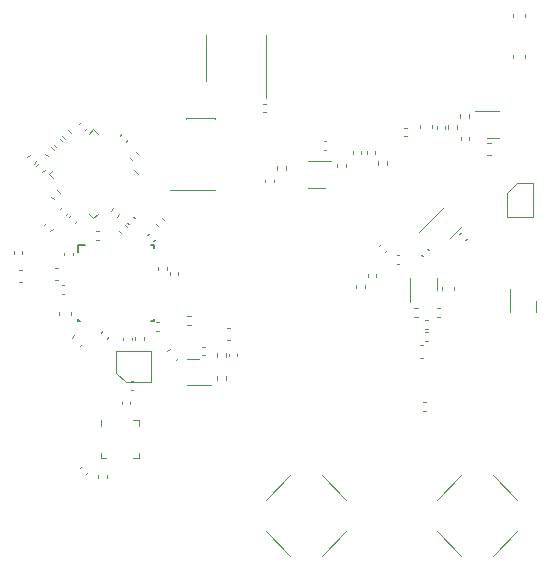
<source format=gbr>
%TF.GenerationSoftware,KiCad,Pcbnew,(6.0.4)*%
%TF.CreationDate,2023-05-22T00:57:41+09:00*%
%TF.ProjectId,RFB,5246422e-6b69-4636-9164-5f7063625858,rev?*%
%TF.SameCoordinates,Original*%
%TF.FileFunction,Legend,Bot*%
%TF.FilePolarity,Positive*%
%FSLAX46Y46*%
G04 Gerber Fmt 4.6, Leading zero omitted, Abs format (unit mm)*
G04 Created by KiCad (PCBNEW (6.0.4)) date 2023-05-22 00:57:41*
%MOMM*%
%LPD*%
G01*
G04 APERTURE LIST*
%ADD10C,0.120000*%
%ADD11C,0.200000*%
G04 APERTURE END LIST*
D10*
%TO.C,U7*%
X78063000Y-75610400D02*
X78063000Y-72710400D01*
X78063000Y-72710400D02*
X76663000Y-72710400D01*
X75863000Y-75610400D02*
X78063000Y-75610400D01*
X75863000Y-73510400D02*
X75863000Y-75610400D01*
X76663000Y-72710400D02*
X75863000Y-73510400D01*
%TO.C,IC1*%
X76072600Y-81659600D02*
X76072600Y-83659600D01*
X78312600Y-83659600D02*
X78312600Y-82659600D01*
%TO.C,IC5*%
X41443000Y-96021800D02*
X41918000Y-96021800D01*
X44663000Y-93276800D02*
X44663000Y-92801800D01*
X44663000Y-95546800D02*
X44663000Y-96021800D01*
X41443000Y-95546800D02*
X41443000Y-96021800D01*
X41443000Y-93276800D02*
X41443000Y-92801800D01*
X44663000Y-96021800D02*
X44188000Y-96021800D01*
X44663000Y-92801800D02*
X44188000Y-92801800D01*
%TO.C,J2*%
X60198838Y-104261048D02*
X62249448Y-102210438D01*
X55454152Y-99516362D02*
X57504762Y-97465752D01*
X60198838Y-97465752D02*
X62249448Y-99516362D01*
X55454152Y-102210438D02*
X57504762Y-104261048D01*
%TO.C,J1*%
X74651438Y-104261048D02*
X76702048Y-102210438D01*
X69906752Y-99516362D02*
X71957362Y-97465752D01*
X71957362Y-104261048D02*
X69906752Y-102210438D01*
X76702048Y-99516362D02*
X74651438Y-97465752D01*
%TO.C,C141*%
X68745980Y-86459600D02*
X68464820Y-86459600D01*
X68745980Y-87479600D02*
X68464820Y-87479600D01*
%TO.C,C102*%
X47287581Y-86763570D02*
X47088770Y-86962381D01*
X48008830Y-87484819D02*
X47810019Y-87683630D01*
%TO.C,IC10*%
X74152700Y-68856200D02*
X75152700Y-68856200D01*
X73152700Y-66636200D02*
X75152700Y-66636200D01*
%TO.C,C69*%
X68941836Y-91257800D02*
X68726164Y-91257800D01*
X68941836Y-91977800D02*
X68726164Y-91977800D01*
%TO.C,U2*%
X37049908Y-71932800D02*
X37409119Y-72292010D01*
X40821616Y-68161092D02*
X40462406Y-68520303D01*
X44234113Y-71573590D02*
X44593324Y-71932800D01*
X40462406Y-75345297D02*
X40821616Y-75704508D01*
X37409119Y-71573590D02*
X37049908Y-71932800D01*
X41180826Y-68520303D02*
X40821616Y-68161092D01*
X40821616Y-75704508D02*
X41180826Y-75345297D01*
%TO.C,R75*%
X67954459Y-83287600D02*
X68261741Y-83287600D01*
X67954459Y-84047600D02*
X68261741Y-84047600D01*
%TO.C,C122*%
X70343300Y-81495020D02*
X70343300Y-81776180D01*
X71363300Y-81495020D02*
X71363300Y-81776180D01*
%TO.C,R50*%
X49048641Y-84708000D02*
X48741359Y-84708000D01*
X49048641Y-83948000D02*
X48741359Y-83948000D01*
%TO.C,R4*%
X35233459Y-70528140D02*
X35450740Y-70310859D01*
X35770860Y-71065541D02*
X35988141Y-70848260D01*
%TO.C,C30*%
X38147164Y-82071800D02*
X38362836Y-82071800D01*
X38147164Y-81351800D02*
X38362836Y-81351800D01*
%TO.C,C7*%
X70125536Y-84027600D02*
X69909864Y-84027600D01*
X70125536Y-83307600D02*
X69909864Y-83307600D01*
%TO.C,R68*%
X51258200Y-87426041D02*
X51258200Y-87118759D01*
X52018200Y-87426041D02*
X52018200Y-87118759D01*
%TO.C,C121*%
X74460980Y-70334600D02*
X74179820Y-70334600D01*
X74460980Y-69314600D02*
X74179820Y-69314600D01*
%TO.C,R52*%
X61469000Y-71067959D02*
X61469000Y-71375241D01*
X62229000Y-71067959D02*
X62229000Y-71375241D01*
%TO.C,C13*%
X46361236Y-84501400D02*
X46145564Y-84501400D01*
X46361236Y-85221400D02*
X46145564Y-85221400D01*
%TO.C,IC2*%
X67666900Y-82788000D02*
X67666900Y-80788000D01*
X69886900Y-81788000D02*
X69886900Y-80788000D01*
%TO.C,C39*%
X63489100Y-70209836D02*
X63489100Y-69994164D01*
X62769100Y-70209836D02*
X62769100Y-69994164D01*
%TO.C,J10*%
X48675600Y-67246400D02*
X48675600Y-67196400D01*
X47295600Y-73266400D02*
X48675600Y-73266400D01*
X48675600Y-73316400D02*
X48675600Y-73266400D01*
X48675600Y-67196400D02*
X51095600Y-67196400D01*
X51095600Y-67246400D02*
X51095600Y-67196400D01*
X51095600Y-73316400D02*
X51095600Y-73266400D01*
X48675600Y-73316400D02*
X51095600Y-73316400D01*
%TO.C,C27*%
X43696601Y-76057318D02*
X43849104Y-76209821D01*
X44205718Y-75548201D02*
X44358221Y-75700704D01*
%TO.C,C8*%
X39734304Y-67579579D02*
X39581801Y-67732082D01*
X40243421Y-68088696D02*
X40090918Y-68241199D01*
%TO.C,C17*%
X48010400Y-80260364D02*
X48010400Y-80476036D01*
X47290400Y-80260364D02*
X47290400Y-80476036D01*
%TO.C,U20*%
X70988443Y-77391289D02*
X72049103Y-76330628D01*
X68358005Y-76882172D02*
X70479326Y-74760851D01*
%TO.C,C87*%
X34082400Y-78479764D02*
X34082400Y-78695436D01*
X34802400Y-78479764D02*
X34802400Y-78695436D01*
%TO.C,C26*%
X43510707Y-76250190D02*
X43663210Y-76402693D01*
X43001590Y-76759307D02*
X43154093Y-76911810D01*
%TO.C,C42*%
X64682900Y-70209836D02*
X64682900Y-69994164D01*
X63962900Y-70209836D02*
X63962900Y-69994164D01*
%TO.C,C132*%
X69134936Y-86059600D02*
X68919264Y-86059600D01*
X69134936Y-85339600D02*
X68919264Y-85339600D01*
%TO.C,C97*%
X43226400Y-91205164D02*
X43226400Y-91420836D01*
X43946400Y-91205164D02*
X43946400Y-91420836D01*
%TO.C,C34*%
X71913100Y-69064236D02*
X71913100Y-68848564D01*
X72633100Y-69064236D02*
X72633100Y-68848564D01*
%TO.C,C3*%
X37505979Y-69511096D02*
X37658482Y-69663599D01*
X38015096Y-69001979D02*
X38167599Y-69154482D01*
%TO.C,R63*%
X65718900Y-71142642D02*
X65718900Y-70835360D01*
X64958900Y-71142642D02*
X64958900Y-70835360D01*
%TO.C,C32*%
X46299800Y-79828564D02*
X46299800Y-80044236D01*
X47019800Y-79828564D02*
X47019800Y-80044236D01*
%TO.C,IC8*%
X50758600Y-89832200D02*
X48758600Y-89832200D01*
X49758600Y-87612200D02*
X48758600Y-87612200D01*
%TO.C,C11*%
X50057164Y-87278800D02*
X50272836Y-87278800D01*
X50057164Y-86558800D02*
X50272836Y-86558800D01*
%TO.C,C123*%
X72441410Y-77419707D02*
X72288907Y-77572210D01*
X71932293Y-76910590D02*
X71779790Y-77063093D01*
%TO.C,C116*%
X52294200Y-87143763D02*
X52294200Y-87359435D01*
X53014200Y-87143763D02*
X53014200Y-87359435D01*
D11*
%TO.C,U4*%
X39497798Y-84203799D02*
X39497798Y-84428800D01*
X39722798Y-84428800D02*
X39497798Y-84428800D01*
X40072798Y-77978800D02*
X39497798Y-77978800D01*
X45947797Y-77978800D02*
X45722797Y-77978800D01*
X39497798Y-77978800D02*
X39497798Y-78553800D01*
X45947797Y-77978800D02*
X45947797Y-78203801D01*
X45947797Y-84203799D02*
X45947797Y-84428800D01*
X45947797Y-84428800D02*
X45722797Y-84428800D01*
D10*
%TO.C,C24*%
X41042764Y-76805200D02*
X41258436Y-76805200D01*
X41042764Y-77525200D02*
X41258436Y-77525200D01*
%TO.C,C20*%
X38971562Y-85808589D02*
X39170373Y-85609778D01*
X39692811Y-86529838D02*
X39891622Y-86331027D01*
%TO.C,C33*%
X77345000Y-58406420D02*
X77345000Y-58687580D01*
X76325000Y-58406420D02*
X76325000Y-58687580D01*
%TO.C,C43*%
X67354336Y-68760200D02*
X67138664Y-68760200D01*
X67354336Y-68040200D02*
X67138664Y-68040200D01*
%TO.C,C77*%
X63783800Y-81375364D02*
X63783800Y-81591036D01*
X63063800Y-81375364D02*
X63063800Y-81591036D01*
%TO.C,C133*%
X69197375Y-78418504D02*
X69044872Y-78266001D01*
X68688258Y-78927621D02*
X68535755Y-78775118D01*
%TO.C,C38*%
X60318764Y-69879800D02*
X60534436Y-69879800D01*
X60318764Y-69159800D02*
X60534436Y-69159800D01*
%TO.C,C95*%
X56087600Y-72409164D02*
X56087600Y-72624836D01*
X55367600Y-72409164D02*
X55367600Y-72624836D01*
%TO.C,C103*%
X46125790Y-76175107D02*
X46278293Y-76327610D01*
X46634907Y-75665990D02*
X46787410Y-75818493D01*
%TO.C,R73*%
X72653100Y-66874959D02*
X72653100Y-67182241D01*
X71893100Y-66874959D02*
X71893100Y-67182241D01*
%TO.C,C96*%
X44202236Y-90225200D02*
X43986564Y-90225200D01*
X44202236Y-89505200D02*
X43986564Y-89505200D01*
%TO.C,C76*%
X66732036Y-79557200D02*
X66516364Y-79557200D01*
X66732036Y-78837200D02*
X66516364Y-78837200D01*
%TO.C,C131*%
X70601100Y-68101636D02*
X70601100Y-67885964D01*
X69881100Y-68101636D02*
X69881100Y-67885964D01*
%TO.C,C4*%
X43188704Y-68570179D02*
X43036201Y-68722682D01*
X43697821Y-69079296D02*
X43545318Y-69231799D01*
%TO.C,U13*%
X60405200Y-73169000D02*
X59005200Y-73169000D01*
X59005200Y-70849000D02*
X60905200Y-70849000D01*
%TO.C,R5*%
X42486540Y-74832059D02*
X42269259Y-75049340D01*
X43023941Y-75369460D02*
X42806660Y-75586741D01*
%TO.C,C28*%
X43363400Y-86003036D02*
X43363400Y-85787364D01*
X44083400Y-86003036D02*
X44083400Y-85787364D01*
%TO.C,C29*%
X45099400Y-85997836D02*
X45099400Y-85782164D01*
X44379400Y-85997836D02*
X44379400Y-85782164D01*
%TO.C,C106*%
X76325000Y-62141980D02*
X76325000Y-61860820D01*
X77345000Y-62141980D02*
X77345000Y-61860820D01*
%TO.C,C99*%
X41219800Y-97643836D02*
X41219800Y-97428164D01*
X41939800Y-97643836D02*
X41939800Y-97428164D01*
%TO.C,R74*%
X68868859Y-85063600D02*
X69176141Y-85063600D01*
X68868859Y-84303600D02*
X69176141Y-84303600D01*
%TO.C,U6*%
X55468200Y-62088800D02*
X55468200Y-65538800D01*
X50348200Y-62088800D02*
X50348200Y-64038800D01*
X55468200Y-62088800D02*
X55468200Y-60138800D01*
X50348200Y-62088800D02*
X50348200Y-60138800D01*
%TO.C,R1*%
X36630459Y-76268540D02*
X36847740Y-76051259D01*
X37167860Y-76805941D02*
X37385141Y-76588660D01*
%TO.C,R44*%
X37772436Y-73328435D02*
X37989717Y-73545716D01*
X37235035Y-73865836D02*
X37452316Y-74083117D01*
%TO.C,C1*%
X38759790Y-75589893D02*
X38912293Y-75437390D01*
X39268907Y-76099010D02*
X39421410Y-75946507D01*
%TO.C,R2*%
X37486741Y-69893140D02*
X37269460Y-69675859D01*
X36949340Y-70430541D02*
X36732059Y-70213260D01*
%TO.C,C119*%
X52132620Y-86031800D02*
X52413780Y-86031800D01*
X52132620Y-85011800D02*
X52413780Y-85011800D01*
%TO.C,C5*%
X34505020Y-80084200D02*
X34786180Y-80084200D01*
X34505020Y-81104200D02*
X34786180Y-81104200D01*
%TO.C,C91*%
X55403636Y-66704800D02*
X55187964Y-66704800D01*
X55403636Y-65984800D02*
X55187964Y-65984800D01*
%TO.C,C140*%
X68461100Y-68034780D02*
X68461100Y-67753620D01*
X69481100Y-68034780D02*
X69481100Y-67753620D01*
%TO.C,C79*%
X64774400Y-80625836D02*
X64774400Y-80410164D01*
X64054400Y-80625836D02*
X64054400Y-80410164D01*
%TO.C,R7*%
X36507460Y-71802141D02*
X36724741Y-71584860D01*
X35970059Y-71264740D02*
X36187340Y-71047459D01*
%TO.C,R72*%
X70877100Y-67812759D02*
X70877100Y-68120041D01*
X71637100Y-67812759D02*
X71637100Y-68120041D01*
%TO.C,C90*%
X38023190Y-74878693D02*
X38175693Y-74726190D01*
X38532307Y-75387810D02*
X38684810Y-75235307D01*
%TO.C,FL1*%
X45706400Y-89564600D02*
X45706400Y-86914600D01*
X42756400Y-88764600D02*
X43556400Y-89564600D01*
X43556400Y-89564600D02*
X45706400Y-89564600D01*
X45706400Y-86914600D02*
X42756400Y-86914600D01*
X42756400Y-86914600D02*
X42756400Y-88764600D01*
%TO.C,R51*%
X56363600Y-71578441D02*
X56363600Y-71271159D01*
X57123600Y-71578441D02*
X57123600Y-71271159D01*
%TO.C,C25*%
X37869400Y-83884380D02*
X37869400Y-83603220D01*
X38889400Y-83884380D02*
X38889400Y-83603220D01*
%TO.C,C22*%
X46050810Y-77495907D02*
X45898307Y-77648410D01*
X45541693Y-76986790D02*
X45389190Y-77139293D01*
%TO.C,C23*%
X39069600Y-78609364D02*
X39069600Y-78825036D01*
X38349600Y-78609364D02*
X38349600Y-78825036D01*
%TO.C,C19*%
X37540020Y-80951800D02*
X37821180Y-80951800D01*
X37540020Y-79931800D02*
X37821180Y-79931800D01*
%TO.C,C98*%
X39724990Y-96824293D02*
X39877493Y-96671790D01*
X40234107Y-97333410D02*
X40386610Y-97180907D01*
%TO.C,R3*%
X38712236Y-68228059D02*
X38929517Y-68445340D01*
X38174835Y-68765460D02*
X38392116Y-68982741D01*
%TO.C,C9*%
X44077704Y-70748821D02*
X43925201Y-70596318D01*
X44586821Y-70239704D02*
X44434318Y-70087201D01*
%TO.C,C21*%
X41935907Y-85878010D02*
X42088410Y-85725507D01*
X41426790Y-85368893D02*
X41579293Y-85216390D01*
%TO.C,R69*%
X51258200Y-89383841D02*
X51258200Y-89076559D01*
X52018200Y-89383841D02*
X52018200Y-89076559D01*
%TO.C,C49*%
X65175893Y-77901190D02*
X65023390Y-78053693D01*
X65685010Y-78410307D02*
X65532507Y-78562810D01*
%TD*%
M02*

</source>
